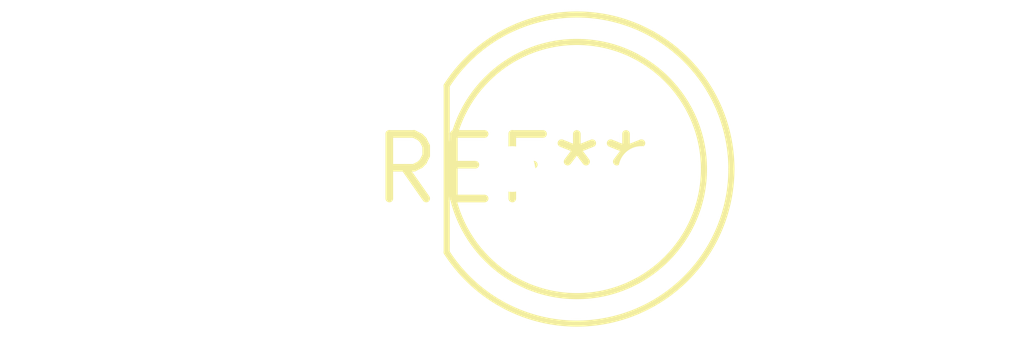
<source format=kicad_pcb>
(kicad_pcb (version 20240108) (generator pcbnew)
  (layers (0 "F.Cu" signal) (31 "B.Cu" signal) (34 "B.Paste" user) (35 "F.Paste" user) (36 "B.SilkS" user "B.Silkscreen") (37 "F.SilkS" user "F.Silkscreen") (38 "B.Mask" user) (39 "F.Mask" user) (44 "Edge.Cuts" user))
  (net 0 "")
  (footprint "LED_D5.0mm_FlatTop" (layer "F.Cu") (at 0 0)
    (property "Reference" "REF**")
    (property "Value" "LED_D5.0mm_FlatTop")
    (fp_line (start -1.29 -1.64) (end -1.29 1.64) (layer "F.SilkS") (stroke (width 0.12)))
    (fp_arc (start -1.29 -1.639512) (mid 2.125106 -2.917258) (end 4.309999 0.001958) (layer "F.SilkS") (stroke (width 0.12)))
    (fp_arc (start 4.309999 -0.001958) (mid 2.125106 2.917258) (end -1.29 1.639512) (layer "F.SilkS") (stroke (width 0.12)))
    (fp_circle (center 1.27 0) (end 3.77 0) (layer "F.SilkS") (stroke (width 0.12)) (fill none))
    (pad "1" thru_hole rect (at 0 0) (size 1.8 1.8) (drill 0.9) (layers *.Cu *.Mask) (remove_unused_layers))
    (pad "2" thru_hole circle (at 2.54 0) (size 1.8 1.8) (drill 0.9) (layers *.Cu *.Mask) (remove_unused_layers))
  )
)
</source>
